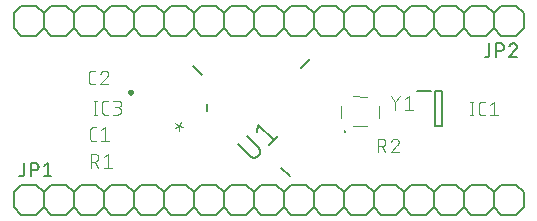
<source format=gbr>
G04 EAGLE Gerber RS-274X export*
G75*
%MOMM*%
%FSLAX34Y34*%
%LPD*%
%INSilkscreen Top*%
%IPPOS*%
%AMOC8*
5,1,8,0,0,1.08239X$1,22.5*%
G01*
%ADD10C,0.101600*%
%ADD11C,0.200000*%
%ADD12C,0.250000*%
%ADD13C,0.152400*%
%ADD14C,0.127000*%
%ADD15C,0.076200*%
%ADD16C,0.203200*%
%ADD17C,0.100000*%
%ADD18C,0.100000*%


D10*
X80601Y72108D02*
X78004Y72108D01*
X77905Y72110D01*
X77805Y72116D01*
X77706Y72125D01*
X77608Y72138D01*
X77510Y72155D01*
X77412Y72176D01*
X77316Y72201D01*
X77221Y72229D01*
X77127Y72261D01*
X77034Y72296D01*
X76942Y72335D01*
X76852Y72378D01*
X76764Y72423D01*
X76677Y72473D01*
X76593Y72525D01*
X76510Y72581D01*
X76430Y72639D01*
X76352Y72701D01*
X76277Y72766D01*
X76204Y72834D01*
X76134Y72904D01*
X76066Y72977D01*
X76001Y73052D01*
X75939Y73130D01*
X75881Y73210D01*
X75825Y73293D01*
X75773Y73377D01*
X75723Y73464D01*
X75678Y73552D01*
X75635Y73642D01*
X75596Y73734D01*
X75561Y73827D01*
X75529Y73921D01*
X75501Y74016D01*
X75476Y74112D01*
X75455Y74210D01*
X75438Y74308D01*
X75425Y74406D01*
X75416Y74505D01*
X75410Y74605D01*
X75408Y74704D01*
X75408Y81196D01*
X75410Y81295D01*
X75416Y81395D01*
X75425Y81494D01*
X75438Y81592D01*
X75455Y81690D01*
X75476Y81788D01*
X75501Y81884D01*
X75529Y81979D01*
X75561Y82073D01*
X75596Y82166D01*
X75635Y82258D01*
X75678Y82348D01*
X75723Y82436D01*
X75773Y82523D01*
X75825Y82607D01*
X75881Y82690D01*
X75939Y82770D01*
X76001Y82848D01*
X76066Y82923D01*
X76134Y82996D01*
X76204Y83066D01*
X76277Y83134D01*
X76352Y83199D01*
X76430Y83261D01*
X76510Y83319D01*
X76593Y83375D01*
X76677Y83427D01*
X76764Y83477D01*
X76852Y83522D01*
X76942Y83565D01*
X77034Y83604D01*
X77126Y83639D01*
X77221Y83671D01*
X77316Y83699D01*
X77412Y83724D01*
X77510Y83745D01*
X77608Y83762D01*
X77706Y83775D01*
X77805Y83784D01*
X77905Y83790D01*
X78004Y83792D01*
X80601Y83792D01*
X84966Y81196D02*
X88212Y83792D01*
X88212Y72108D01*
X91457Y72108D02*
X84966Y72108D01*
X79801Y120108D02*
X77204Y120108D01*
X77105Y120110D01*
X77005Y120116D01*
X76906Y120125D01*
X76808Y120138D01*
X76710Y120155D01*
X76612Y120176D01*
X76516Y120201D01*
X76421Y120229D01*
X76327Y120261D01*
X76234Y120296D01*
X76142Y120335D01*
X76052Y120378D01*
X75964Y120423D01*
X75877Y120473D01*
X75793Y120525D01*
X75710Y120581D01*
X75630Y120639D01*
X75552Y120701D01*
X75477Y120766D01*
X75404Y120834D01*
X75334Y120904D01*
X75266Y120977D01*
X75201Y121052D01*
X75139Y121130D01*
X75081Y121210D01*
X75025Y121293D01*
X74973Y121377D01*
X74923Y121464D01*
X74878Y121552D01*
X74835Y121642D01*
X74796Y121734D01*
X74761Y121827D01*
X74729Y121921D01*
X74701Y122016D01*
X74676Y122112D01*
X74655Y122210D01*
X74638Y122308D01*
X74625Y122406D01*
X74616Y122505D01*
X74610Y122605D01*
X74608Y122704D01*
X74608Y129196D01*
X74610Y129295D01*
X74616Y129395D01*
X74625Y129494D01*
X74638Y129592D01*
X74655Y129690D01*
X74676Y129788D01*
X74701Y129884D01*
X74729Y129979D01*
X74761Y130073D01*
X74796Y130166D01*
X74835Y130258D01*
X74878Y130348D01*
X74923Y130436D01*
X74973Y130523D01*
X75025Y130607D01*
X75081Y130690D01*
X75139Y130770D01*
X75201Y130848D01*
X75266Y130923D01*
X75334Y130996D01*
X75404Y131066D01*
X75477Y131134D01*
X75552Y131199D01*
X75630Y131261D01*
X75710Y131319D01*
X75793Y131375D01*
X75877Y131427D01*
X75964Y131477D01*
X76052Y131522D01*
X76142Y131565D01*
X76234Y131604D01*
X76326Y131639D01*
X76421Y131671D01*
X76516Y131699D01*
X76612Y131724D01*
X76710Y131745D01*
X76808Y131762D01*
X76906Y131775D01*
X77005Y131784D01*
X77105Y131790D01*
X77204Y131792D01*
X79801Y131792D01*
X87736Y131792D02*
X87843Y131790D01*
X87949Y131784D01*
X88055Y131774D01*
X88161Y131761D01*
X88267Y131743D01*
X88371Y131722D01*
X88475Y131697D01*
X88578Y131668D01*
X88679Y131636D01*
X88779Y131599D01*
X88878Y131559D01*
X88976Y131516D01*
X89072Y131469D01*
X89166Y131418D01*
X89258Y131364D01*
X89348Y131307D01*
X89436Y131247D01*
X89521Y131183D01*
X89604Y131116D01*
X89685Y131046D01*
X89763Y130974D01*
X89839Y130898D01*
X89911Y130820D01*
X89981Y130739D01*
X90048Y130656D01*
X90112Y130571D01*
X90172Y130483D01*
X90229Y130393D01*
X90283Y130301D01*
X90334Y130207D01*
X90381Y130111D01*
X90424Y130013D01*
X90464Y129914D01*
X90501Y129814D01*
X90533Y129713D01*
X90562Y129610D01*
X90587Y129506D01*
X90608Y129402D01*
X90626Y129296D01*
X90639Y129190D01*
X90649Y129084D01*
X90655Y128978D01*
X90657Y128871D01*
X87736Y131792D02*
X87615Y131790D01*
X87494Y131784D01*
X87374Y131774D01*
X87253Y131761D01*
X87134Y131743D01*
X87014Y131722D01*
X86896Y131697D01*
X86779Y131668D01*
X86662Y131635D01*
X86547Y131599D01*
X86433Y131558D01*
X86320Y131515D01*
X86208Y131467D01*
X86099Y131416D01*
X85991Y131361D01*
X85884Y131303D01*
X85780Y131242D01*
X85678Y131177D01*
X85578Y131109D01*
X85480Y131038D01*
X85384Y130964D01*
X85291Y130887D01*
X85201Y130806D01*
X85113Y130723D01*
X85028Y130637D01*
X84945Y130548D01*
X84866Y130457D01*
X84789Y130363D01*
X84716Y130267D01*
X84646Y130169D01*
X84579Y130068D01*
X84515Y129965D01*
X84455Y129860D01*
X84398Y129753D01*
X84344Y129645D01*
X84294Y129535D01*
X84248Y129423D01*
X84205Y129310D01*
X84166Y129195D01*
X89684Y126599D02*
X89763Y126676D01*
X89839Y126757D01*
X89912Y126840D01*
X89982Y126925D01*
X90049Y127013D01*
X90113Y127103D01*
X90173Y127195D01*
X90230Y127290D01*
X90284Y127386D01*
X90335Y127484D01*
X90382Y127584D01*
X90426Y127686D01*
X90466Y127789D01*
X90502Y127893D01*
X90534Y127999D01*
X90563Y128105D01*
X90588Y128213D01*
X90610Y128321D01*
X90627Y128431D01*
X90641Y128540D01*
X90650Y128650D01*
X90656Y128761D01*
X90658Y128871D01*
X89684Y126599D02*
X84166Y120108D01*
X90657Y120108D01*
D11*
X367700Y114200D02*
X373700Y114200D01*
X373700Y85200D01*
X367700Y85200D01*
X367700Y114200D01*
X364200Y114700D02*
X352200Y114700D01*
D10*
X398492Y105542D02*
X398492Y93858D01*
X397194Y93858D02*
X399790Y93858D01*
X399790Y105542D02*
X397194Y105542D01*
X406954Y93858D02*
X409550Y93858D01*
X406954Y93858D02*
X406855Y93860D01*
X406755Y93866D01*
X406656Y93875D01*
X406558Y93888D01*
X406460Y93905D01*
X406362Y93926D01*
X406266Y93951D01*
X406171Y93979D01*
X406077Y94011D01*
X405984Y94046D01*
X405892Y94085D01*
X405802Y94128D01*
X405714Y94173D01*
X405627Y94223D01*
X405543Y94275D01*
X405460Y94331D01*
X405380Y94389D01*
X405302Y94451D01*
X405227Y94516D01*
X405154Y94584D01*
X405084Y94654D01*
X405016Y94727D01*
X404951Y94802D01*
X404889Y94880D01*
X404831Y94960D01*
X404775Y95043D01*
X404723Y95127D01*
X404673Y95214D01*
X404628Y95302D01*
X404585Y95392D01*
X404546Y95484D01*
X404511Y95577D01*
X404479Y95671D01*
X404451Y95766D01*
X404426Y95862D01*
X404405Y95960D01*
X404388Y96058D01*
X404375Y96156D01*
X404366Y96255D01*
X404360Y96355D01*
X404358Y96454D01*
X404357Y96454D02*
X404357Y102946D01*
X404358Y102946D02*
X404360Y103045D01*
X404366Y103145D01*
X404375Y103244D01*
X404388Y103342D01*
X404405Y103440D01*
X404426Y103538D01*
X404451Y103634D01*
X404479Y103729D01*
X404511Y103823D01*
X404546Y103916D01*
X404585Y104008D01*
X404628Y104098D01*
X404673Y104186D01*
X404723Y104273D01*
X404775Y104357D01*
X404831Y104440D01*
X404889Y104520D01*
X404951Y104598D01*
X405016Y104673D01*
X405084Y104746D01*
X405154Y104816D01*
X405227Y104884D01*
X405302Y104949D01*
X405380Y105011D01*
X405460Y105069D01*
X405543Y105125D01*
X405627Y105177D01*
X405714Y105227D01*
X405802Y105272D01*
X405892Y105315D01*
X405984Y105354D01*
X406076Y105389D01*
X406171Y105421D01*
X406266Y105449D01*
X406362Y105474D01*
X406460Y105495D01*
X406558Y105512D01*
X406656Y105525D01*
X406755Y105534D01*
X406855Y105540D01*
X406954Y105542D01*
X409550Y105542D01*
X413915Y102946D02*
X417161Y105542D01*
X417161Y93858D01*
X420406Y93858D02*
X413915Y93858D01*
D12*
X108150Y113650D02*
X108152Y113720D01*
X108158Y113790D01*
X108168Y113859D01*
X108181Y113928D01*
X108199Y113996D01*
X108220Y114063D01*
X108245Y114128D01*
X108274Y114192D01*
X108306Y114255D01*
X108342Y114315D01*
X108381Y114373D01*
X108423Y114429D01*
X108468Y114483D01*
X108516Y114534D01*
X108567Y114582D01*
X108621Y114627D01*
X108677Y114669D01*
X108735Y114708D01*
X108795Y114744D01*
X108858Y114776D01*
X108922Y114805D01*
X108987Y114830D01*
X109054Y114851D01*
X109122Y114869D01*
X109191Y114882D01*
X109260Y114892D01*
X109330Y114898D01*
X109400Y114900D01*
X109470Y114898D01*
X109540Y114892D01*
X109609Y114882D01*
X109678Y114869D01*
X109746Y114851D01*
X109813Y114830D01*
X109878Y114805D01*
X109942Y114776D01*
X110005Y114744D01*
X110065Y114708D01*
X110123Y114669D01*
X110179Y114627D01*
X110233Y114582D01*
X110284Y114534D01*
X110332Y114483D01*
X110377Y114429D01*
X110419Y114373D01*
X110458Y114315D01*
X110494Y114255D01*
X110526Y114192D01*
X110555Y114128D01*
X110580Y114063D01*
X110601Y113996D01*
X110619Y113928D01*
X110632Y113859D01*
X110642Y113790D01*
X110648Y113720D01*
X110650Y113650D01*
X110648Y113580D01*
X110642Y113510D01*
X110632Y113441D01*
X110619Y113372D01*
X110601Y113304D01*
X110580Y113237D01*
X110555Y113172D01*
X110526Y113108D01*
X110494Y113045D01*
X110458Y112985D01*
X110419Y112927D01*
X110377Y112871D01*
X110332Y112817D01*
X110284Y112766D01*
X110233Y112718D01*
X110179Y112673D01*
X110123Y112631D01*
X110065Y112592D01*
X110005Y112556D01*
X109942Y112524D01*
X109878Y112495D01*
X109813Y112470D01*
X109746Y112449D01*
X109678Y112431D01*
X109609Y112418D01*
X109540Y112408D01*
X109470Y112402D01*
X109400Y112400D01*
X109330Y112402D01*
X109260Y112408D01*
X109191Y112418D01*
X109122Y112431D01*
X109054Y112449D01*
X108987Y112470D01*
X108922Y112495D01*
X108858Y112524D01*
X108795Y112556D01*
X108735Y112592D01*
X108677Y112631D01*
X108621Y112673D01*
X108567Y112718D01*
X108516Y112766D01*
X108468Y112817D01*
X108423Y112871D01*
X108381Y112927D01*
X108342Y112985D01*
X108306Y113045D01*
X108274Y113108D01*
X108245Y113172D01*
X108220Y113237D01*
X108199Y113304D01*
X108181Y113372D01*
X108168Y113441D01*
X108158Y113510D01*
X108152Y113580D01*
X108150Y113650D01*
D10*
X79692Y106242D02*
X79692Y94558D01*
X78394Y94558D02*
X80990Y94558D01*
X80990Y106242D02*
X78394Y106242D01*
X88154Y94558D02*
X90750Y94558D01*
X88154Y94558D02*
X88055Y94560D01*
X87955Y94566D01*
X87856Y94575D01*
X87758Y94588D01*
X87660Y94605D01*
X87562Y94626D01*
X87466Y94651D01*
X87371Y94679D01*
X87277Y94711D01*
X87184Y94746D01*
X87092Y94785D01*
X87002Y94828D01*
X86914Y94873D01*
X86827Y94923D01*
X86743Y94975D01*
X86660Y95031D01*
X86580Y95089D01*
X86502Y95151D01*
X86427Y95216D01*
X86354Y95284D01*
X86284Y95354D01*
X86216Y95427D01*
X86151Y95502D01*
X86089Y95580D01*
X86031Y95660D01*
X85975Y95743D01*
X85923Y95827D01*
X85873Y95914D01*
X85828Y96002D01*
X85785Y96092D01*
X85746Y96184D01*
X85711Y96277D01*
X85679Y96371D01*
X85651Y96466D01*
X85626Y96562D01*
X85605Y96660D01*
X85588Y96758D01*
X85575Y96856D01*
X85566Y96955D01*
X85560Y97055D01*
X85558Y97154D01*
X85557Y97154D02*
X85557Y103646D01*
X85558Y103646D02*
X85560Y103745D01*
X85566Y103845D01*
X85575Y103944D01*
X85588Y104042D01*
X85605Y104140D01*
X85626Y104238D01*
X85651Y104334D01*
X85679Y104429D01*
X85711Y104523D01*
X85746Y104616D01*
X85785Y104708D01*
X85828Y104798D01*
X85873Y104886D01*
X85923Y104973D01*
X85975Y105057D01*
X86031Y105140D01*
X86089Y105220D01*
X86151Y105298D01*
X86216Y105373D01*
X86284Y105446D01*
X86354Y105516D01*
X86427Y105584D01*
X86502Y105649D01*
X86580Y105711D01*
X86660Y105769D01*
X86743Y105825D01*
X86827Y105877D01*
X86914Y105927D01*
X87002Y105972D01*
X87092Y106015D01*
X87184Y106054D01*
X87276Y106089D01*
X87371Y106121D01*
X87466Y106149D01*
X87562Y106174D01*
X87660Y106195D01*
X87758Y106212D01*
X87856Y106225D01*
X87955Y106234D01*
X88055Y106240D01*
X88154Y106242D01*
X90750Y106242D01*
X95115Y94558D02*
X98361Y94558D01*
X98474Y94560D01*
X98587Y94566D01*
X98700Y94576D01*
X98813Y94590D01*
X98925Y94607D01*
X99036Y94629D01*
X99146Y94654D01*
X99256Y94684D01*
X99364Y94717D01*
X99471Y94754D01*
X99577Y94794D01*
X99681Y94839D01*
X99784Y94887D01*
X99885Y94938D01*
X99984Y94993D01*
X100081Y95051D01*
X100176Y95113D01*
X100269Y95178D01*
X100359Y95246D01*
X100447Y95317D01*
X100533Y95392D01*
X100616Y95469D01*
X100696Y95549D01*
X100773Y95632D01*
X100848Y95718D01*
X100919Y95806D01*
X100987Y95896D01*
X101052Y95989D01*
X101114Y96084D01*
X101172Y96181D01*
X101227Y96280D01*
X101278Y96381D01*
X101326Y96484D01*
X101371Y96588D01*
X101411Y96694D01*
X101448Y96801D01*
X101481Y96909D01*
X101511Y97019D01*
X101536Y97129D01*
X101558Y97240D01*
X101575Y97352D01*
X101589Y97465D01*
X101599Y97578D01*
X101605Y97691D01*
X101607Y97804D01*
X101605Y97917D01*
X101599Y98030D01*
X101589Y98143D01*
X101575Y98256D01*
X101558Y98368D01*
X101536Y98479D01*
X101511Y98589D01*
X101481Y98699D01*
X101448Y98807D01*
X101411Y98914D01*
X101371Y99020D01*
X101326Y99124D01*
X101278Y99227D01*
X101227Y99328D01*
X101172Y99427D01*
X101114Y99524D01*
X101052Y99619D01*
X100987Y99712D01*
X100919Y99802D01*
X100848Y99890D01*
X100773Y99976D01*
X100696Y100059D01*
X100616Y100139D01*
X100533Y100216D01*
X100447Y100291D01*
X100359Y100362D01*
X100269Y100430D01*
X100176Y100495D01*
X100081Y100557D01*
X99984Y100615D01*
X99885Y100670D01*
X99784Y100721D01*
X99681Y100769D01*
X99577Y100814D01*
X99471Y100854D01*
X99364Y100891D01*
X99256Y100924D01*
X99146Y100954D01*
X99036Y100979D01*
X98925Y101001D01*
X98813Y101018D01*
X98700Y101032D01*
X98587Y101042D01*
X98474Y101048D01*
X98361Y101050D01*
X99010Y106242D02*
X95115Y106242D01*
X99010Y106242D02*
X99111Y106240D01*
X99211Y106234D01*
X99311Y106224D01*
X99411Y106211D01*
X99510Y106193D01*
X99609Y106172D01*
X99706Y106147D01*
X99803Y106118D01*
X99898Y106085D01*
X99992Y106049D01*
X100084Y106009D01*
X100175Y105966D01*
X100264Y105919D01*
X100351Y105869D01*
X100437Y105815D01*
X100520Y105758D01*
X100600Y105698D01*
X100679Y105635D01*
X100755Y105568D01*
X100828Y105499D01*
X100898Y105427D01*
X100966Y105353D01*
X101031Y105276D01*
X101092Y105196D01*
X101151Y105114D01*
X101206Y105030D01*
X101258Y104944D01*
X101307Y104856D01*
X101352Y104766D01*
X101394Y104674D01*
X101432Y104581D01*
X101466Y104486D01*
X101497Y104391D01*
X101524Y104294D01*
X101547Y104196D01*
X101567Y104097D01*
X101582Y103997D01*
X101594Y103897D01*
X101602Y103797D01*
X101606Y103696D01*
X101606Y103596D01*
X101602Y103495D01*
X101594Y103395D01*
X101582Y103295D01*
X101567Y103195D01*
X101547Y103096D01*
X101524Y102998D01*
X101497Y102901D01*
X101466Y102806D01*
X101432Y102711D01*
X101394Y102618D01*
X101352Y102526D01*
X101307Y102436D01*
X101258Y102348D01*
X101206Y102262D01*
X101151Y102178D01*
X101092Y102096D01*
X101031Y102016D01*
X100966Y101939D01*
X100898Y101865D01*
X100828Y101793D01*
X100755Y101724D01*
X100679Y101657D01*
X100600Y101594D01*
X100520Y101534D01*
X100437Y101477D01*
X100351Y101423D01*
X100264Y101373D01*
X100175Y101326D01*
X100084Y101283D01*
X99992Y101243D01*
X99898Y101207D01*
X99803Y101174D01*
X99706Y101145D01*
X99609Y101120D01*
X99510Y101099D01*
X99411Y101081D01*
X99311Y101068D01*
X99211Y101058D01*
X99111Y101052D01*
X99010Y101050D01*
X99010Y101049D02*
X96414Y101049D01*
D13*
X398050Y35100D02*
X410750Y35100D01*
X417100Y28750D01*
X417100Y16050D01*
X410750Y9700D01*
X372650Y35100D02*
X366300Y28750D01*
X372650Y35100D02*
X385350Y35100D01*
X391700Y28750D01*
X391700Y16050D01*
X385350Y9700D01*
X372650Y9700D01*
X366300Y16050D01*
X391700Y28750D02*
X398050Y35100D01*
X391700Y16050D02*
X398050Y9700D01*
X410750Y9700D01*
X334550Y35100D02*
X321850Y35100D01*
X334550Y35100D02*
X340900Y28750D01*
X340900Y16050D01*
X334550Y9700D01*
X340900Y28750D02*
X347250Y35100D01*
X359950Y35100D01*
X366300Y28750D01*
X366300Y16050D01*
X359950Y9700D01*
X347250Y9700D01*
X340900Y16050D01*
X296450Y35100D02*
X290100Y28750D01*
X296450Y35100D02*
X309150Y35100D01*
X315500Y28750D01*
X315500Y16050D01*
X309150Y9700D01*
X296450Y9700D01*
X290100Y16050D01*
X315500Y28750D02*
X321850Y35100D01*
X315500Y16050D02*
X321850Y9700D01*
X334550Y9700D01*
X258350Y35100D02*
X245650Y35100D01*
X258350Y35100D02*
X264700Y28750D01*
X264700Y16050D01*
X258350Y9700D01*
X264700Y28750D02*
X271050Y35100D01*
X283750Y35100D01*
X290100Y28750D01*
X290100Y16050D01*
X283750Y9700D01*
X271050Y9700D01*
X264700Y16050D01*
X220250Y35100D02*
X213900Y28750D01*
X220250Y35100D02*
X232950Y35100D01*
X239300Y28750D01*
X239300Y16050D01*
X232950Y9700D01*
X220250Y9700D01*
X213900Y16050D01*
X239300Y28750D02*
X245650Y35100D01*
X239300Y16050D02*
X245650Y9700D01*
X258350Y9700D01*
X182150Y35100D02*
X169450Y35100D01*
X182150Y35100D02*
X188500Y28750D01*
X188500Y16050D01*
X182150Y9700D01*
X188500Y28750D02*
X194850Y35100D01*
X207550Y35100D01*
X213900Y28750D01*
X213900Y16050D01*
X207550Y9700D01*
X194850Y9700D01*
X188500Y16050D01*
X144050Y35100D02*
X137700Y28750D01*
X144050Y35100D02*
X156750Y35100D01*
X163100Y28750D01*
X163100Y16050D01*
X156750Y9700D01*
X144050Y9700D01*
X137700Y16050D01*
X163100Y28750D02*
X169450Y35100D01*
X163100Y16050D02*
X169450Y9700D01*
X182150Y9700D01*
X105950Y35100D02*
X93250Y35100D01*
X105950Y35100D02*
X112300Y28750D01*
X112300Y16050D01*
X105950Y9700D01*
X112300Y28750D02*
X118650Y35100D01*
X131350Y35100D01*
X137700Y28750D01*
X137700Y16050D01*
X131350Y9700D01*
X118650Y9700D01*
X112300Y16050D01*
X67850Y35100D02*
X61500Y28750D01*
X67850Y35100D02*
X80550Y35100D01*
X86900Y28750D01*
X86900Y16050D01*
X80550Y9700D01*
X67850Y9700D01*
X61500Y16050D01*
X86900Y28750D02*
X93250Y35100D01*
X86900Y16050D02*
X93250Y9700D01*
X105950Y9700D01*
X29750Y35100D02*
X17050Y35100D01*
X29750Y35100D02*
X36100Y28750D01*
X36100Y16050D01*
X29750Y9700D01*
X36100Y28750D02*
X42450Y35100D01*
X55150Y35100D01*
X61500Y28750D01*
X61500Y16050D01*
X55150Y9700D01*
X42450Y9700D01*
X36100Y16050D01*
X10700Y16050D02*
X10700Y28750D01*
X17050Y35100D01*
X10700Y16050D02*
X17050Y9700D01*
X29750Y9700D01*
X417100Y28750D02*
X423450Y35100D01*
X436150Y35100D01*
X442500Y28750D01*
X442500Y16050D01*
X436150Y9700D01*
X423450Y9700D01*
X417100Y16050D01*
D14*
X19383Y44863D02*
X19383Y53753D01*
X19383Y44863D02*
X19381Y44763D01*
X19375Y44664D01*
X19365Y44564D01*
X19352Y44466D01*
X19334Y44367D01*
X19313Y44270D01*
X19288Y44174D01*
X19259Y44078D01*
X19226Y43984D01*
X19190Y43891D01*
X19150Y43800D01*
X19106Y43710D01*
X19059Y43622D01*
X19009Y43536D01*
X18955Y43452D01*
X18898Y43370D01*
X18838Y43291D01*
X18774Y43213D01*
X18708Y43139D01*
X18639Y43067D01*
X18567Y42998D01*
X18493Y42932D01*
X18415Y42868D01*
X18336Y42808D01*
X18254Y42751D01*
X18170Y42697D01*
X18084Y42647D01*
X17996Y42600D01*
X17906Y42556D01*
X17815Y42516D01*
X17722Y42480D01*
X17628Y42447D01*
X17532Y42418D01*
X17436Y42393D01*
X17339Y42372D01*
X17240Y42354D01*
X17142Y42341D01*
X17042Y42331D01*
X16943Y42325D01*
X16843Y42323D01*
X15573Y42323D01*
X25363Y42323D02*
X25363Y53753D01*
X28538Y53753D01*
X28649Y53751D01*
X28759Y53745D01*
X28870Y53736D01*
X28980Y53722D01*
X29089Y53705D01*
X29198Y53684D01*
X29306Y53659D01*
X29413Y53630D01*
X29519Y53598D01*
X29624Y53562D01*
X29727Y53522D01*
X29829Y53479D01*
X29930Y53432D01*
X30029Y53381D01*
X30126Y53328D01*
X30220Y53271D01*
X30313Y53210D01*
X30404Y53147D01*
X30493Y53080D01*
X30579Y53010D01*
X30662Y52937D01*
X30744Y52862D01*
X30822Y52784D01*
X30897Y52702D01*
X30970Y52619D01*
X31040Y52533D01*
X31107Y52444D01*
X31170Y52353D01*
X31231Y52260D01*
X31288Y52165D01*
X31341Y52069D01*
X31392Y51970D01*
X31439Y51869D01*
X31482Y51767D01*
X31522Y51664D01*
X31558Y51559D01*
X31590Y51453D01*
X31619Y51346D01*
X31644Y51238D01*
X31665Y51129D01*
X31682Y51020D01*
X31696Y50910D01*
X31705Y50799D01*
X31711Y50689D01*
X31713Y50578D01*
X31711Y50467D01*
X31705Y50357D01*
X31696Y50246D01*
X31682Y50136D01*
X31665Y50027D01*
X31644Y49918D01*
X31619Y49810D01*
X31590Y49703D01*
X31558Y49597D01*
X31522Y49492D01*
X31482Y49389D01*
X31439Y49287D01*
X31392Y49186D01*
X31341Y49087D01*
X31288Y48990D01*
X31231Y48896D01*
X31170Y48803D01*
X31107Y48712D01*
X31040Y48623D01*
X30970Y48537D01*
X30897Y48454D01*
X30822Y48372D01*
X30744Y48294D01*
X30662Y48219D01*
X30579Y48146D01*
X30493Y48076D01*
X30404Y48009D01*
X30313Y47946D01*
X30220Y47885D01*
X30125Y47828D01*
X30029Y47775D01*
X29930Y47724D01*
X29829Y47677D01*
X29727Y47634D01*
X29624Y47594D01*
X29519Y47558D01*
X29413Y47526D01*
X29306Y47497D01*
X29198Y47472D01*
X29089Y47451D01*
X28980Y47434D01*
X28870Y47420D01*
X28759Y47411D01*
X28649Y47405D01*
X28538Y47403D01*
X25363Y47403D01*
X36222Y51213D02*
X39397Y53753D01*
X39397Y42323D01*
X36222Y42323D02*
X42572Y42323D01*
D13*
X42450Y161200D02*
X55150Y161200D01*
X42450Y161200D02*
X36100Y167550D01*
X36100Y180250D01*
X42450Y186600D01*
X80550Y161200D02*
X86900Y167550D01*
X80550Y161200D02*
X67850Y161200D01*
X61500Y167550D01*
X61500Y180250D01*
X67850Y186600D01*
X80550Y186600D01*
X86900Y180250D01*
X61500Y167550D02*
X55150Y161200D01*
X61500Y180250D02*
X55150Y186600D01*
X42450Y186600D01*
X118650Y161200D02*
X131350Y161200D01*
X118650Y161200D02*
X112300Y167550D01*
X112300Y180250D01*
X118650Y186600D01*
X112300Y167550D02*
X105950Y161200D01*
X93250Y161200D01*
X86900Y167550D01*
X86900Y180250D01*
X93250Y186600D01*
X105950Y186600D01*
X112300Y180250D01*
X156750Y161200D02*
X163100Y167550D01*
X156750Y161200D02*
X144050Y161200D01*
X137700Y167550D01*
X137700Y180250D01*
X144050Y186600D01*
X156750Y186600D01*
X163100Y180250D01*
X137700Y167550D02*
X131350Y161200D01*
X137700Y180250D02*
X131350Y186600D01*
X118650Y186600D01*
X194850Y161200D02*
X207550Y161200D01*
X194850Y161200D02*
X188500Y167550D01*
X188500Y180250D01*
X194850Y186600D01*
X188500Y167550D02*
X182150Y161200D01*
X169450Y161200D01*
X163100Y167550D01*
X163100Y180250D01*
X169450Y186600D01*
X182150Y186600D01*
X188500Y180250D01*
X232950Y161200D02*
X239300Y167550D01*
X232950Y161200D02*
X220250Y161200D01*
X213900Y167550D01*
X213900Y180250D01*
X220250Y186600D01*
X232950Y186600D01*
X239300Y180250D01*
X213900Y167550D02*
X207550Y161200D01*
X213900Y180250D02*
X207550Y186600D01*
X194850Y186600D01*
X271050Y161200D02*
X283750Y161200D01*
X271050Y161200D02*
X264700Y167550D01*
X264700Y180250D01*
X271050Y186600D01*
X264700Y167550D02*
X258350Y161200D01*
X245650Y161200D01*
X239300Y167550D01*
X239300Y180250D01*
X245650Y186600D01*
X258350Y186600D01*
X264700Y180250D01*
X309150Y161200D02*
X315500Y167550D01*
X309150Y161200D02*
X296450Y161200D01*
X290100Y167550D01*
X290100Y180250D01*
X296450Y186600D01*
X309150Y186600D01*
X315500Y180250D01*
X290100Y167550D02*
X283750Y161200D01*
X290100Y180250D02*
X283750Y186600D01*
X271050Y186600D01*
X347250Y161200D02*
X359950Y161200D01*
X347250Y161200D02*
X340900Y167550D01*
X340900Y180250D01*
X347250Y186600D01*
X340900Y167550D02*
X334550Y161200D01*
X321850Y161200D01*
X315500Y167550D01*
X315500Y180250D01*
X321850Y186600D01*
X334550Y186600D01*
X340900Y180250D01*
X385350Y161200D02*
X391700Y167550D01*
X385350Y161200D02*
X372650Y161200D01*
X366300Y167550D01*
X366300Y180250D01*
X372650Y186600D01*
X385350Y186600D01*
X391700Y180250D01*
X366300Y167550D02*
X359950Y161200D01*
X366300Y180250D02*
X359950Y186600D01*
X347250Y186600D01*
X423450Y161200D02*
X436150Y161200D01*
X423450Y161200D02*
X417100Y167550D01*
X417100Y180250D01*
X423450Y186600D01*
X417100Y167550D02*
X410750Y161200D01*
X398050Y161200D01*
X391700Y167550D01*
X391700Y180250D01*
X398050Y186600D01*
X410750Y186600D01*
X417100Y180250D01*
X442500Y180250D02*
X442500Y167550D01*
X436150Y161200D01*
X442500Y180250D02*
X436150Y186600D01*
X423450Y186600D01*
X36100Y167550D02*
X29750Y161200D01*
X17050Y161200D01*
X10700Y167550D01*
X10700Y180250D01*
X17050Y186600D01*
X29750Y186600D01*
X36100Y180250D01*
D14*
X413438Y154977D02*
X413438Y146087D01*
X413436Y145987D01*
X413430Y145888D01*
X413420Y145788D01*
X413407Y145690D01*
X413389Y145591D01*
X413368Y145494D01*
X413343Y145398D01*
X413314Y145302D01*
X413281Y145208D01*
X413245Y145115D01*
X413205Y145024D01*
X413161Y144934D01*
X413114Y144846D01*
X413064Y144760D01*
X413010Y144676D01*
X412953Y144594D01*
X412893Y144515D01*
X412829Y144437D01*
X412763Y144363D01*
X412694Y144291D01*
X412622Y144222D01*
X412548Y144156D01*
X412470Y144092D01*
X412391Y144032D01*
X412309Y143975D01*
X412225Y143921D01*
X412139Y143871D01*
X412051Y143824D01*
X411961Y143780D01*
X411870Y143740D01*
X411777Y143704D01*
X411683Y143671D01*
X411587Y143642D01*
X411491Y143617D01*
X411394Y143596D01*
X411295Y143578D01*
X411197Y143565D01*
X411097Y143555D01*
X410998Y143549D01*
X410898Y143547D01*
X409628Y143547D01*
X419419Y143547D02*
X419419Y154977D01*
X422594Y154977D01*
X422705Y154975D01*
X422815Y154969D01*
X422926Y154960D01*
X423036Y154946D01*
X423145Y154929D01*
X423254Y154908D01*
X423362Y154883D01*
X423469Y154854D01*
X423575Y154822D01*
X423680Y154786D01*
X423783Y154746D01*
X423885Y154703D01*
X423986Y154656D01*
X424085Y154605D01*
X424182Y154552D01*
X424276Y154495D01*
X424369Y154434D01*
X424460Y154371D01*
X424549Y154304D01*
X424635Y154234D01*
X424718Y154161D01*
X424800Y154086D01*
X424878Y154008D01*
X424953Y153926D01*
X425026Y153843D01*
X425096Y153757D01*
X425163Y153668D01*
X425226Y153577D01*
X425287Y153484D01*
X425344Y153389D01*
X425397Y153293D01*
X425448Y153194D01*
X425495Y153093D01*
X425538Y152991D01*
X425578Y152888D01*
X425614Y152783D01*
X425646Y152677D01*
X425675Y152570D01*
X425700Y152462D01*
X425721Y152353D01*
X425738Y152244D01*
X425752Y152134D01*
X425761Y152023D01*
X425767Y151913D01*
X425769Y151802D01*
X425767Y151691D01*
X425761Y151581D01*
X425752Y151470D01*
X425738Y151360D01*
X425721Y151251D01*
X425700Y151142D01*
X425675Y151034D01*
X425646Y150927D01*
X425614Y150821D01*
X425578Y150716D01*
X425538Y150613D01*
X425495Y150511D01*
X425448Y150410D01*
X425397Y150311D01*
X425344Y150214D01*
X425287Y150120D01*
X425226Y150027D01*
X425163Y149936D01*
X425096Y149847D01*
X425026Y149761D01*
X424953Y149678D01*
X424878Y149596D01*
X424800Y149518D01*
X424718Y149443D01*
X424635Y149370D01*
X424549Y149300D01*
X424460Y149233D01*
X424369Y149170D01*
X424276Y149109D01*
X424182Y149052D01*
X424085Y148999D01*
X423986Y148948D01*
X423885Y148901D01*
X423783Y148858D01*
X423680Y148818D01*
X423575Y148782D01*
X423469Y148750D01*
X423362Y148721D01*
X423254Y148696D01*
X423145Y148675D01*
X423036Y148658D01*
X422926Y148644D01*
X422815Y148635D01*
X422705Y148629D01*
X422594Y148627D01*
X419419Y148627D01*
X433770Y154978D02*
X433874Y154976D01*
X433979Y154970D01*
X434083Y154961D01*
X434186Y154948D01*
X434289Y154930D01*
X434391Y154910D01*
X434493Y154885D01*
X434593Y154857D01*
X434693Y154825D01*
X434791Y154789D01*
X434888Y154750D01*
X434983Y154708D01*
X435077Y154662D01*
X435169Y154612D01*
X435259Y154560D01*
X435347Y154504D01*
X435433Y154444D01*
X435517Y154382D01*
X435598Y154317D01*
X435677Y154249D01*
X435754Y154177D01*
X435827Y154104D01*
X435899Y154027D01*
X435967Y153948D01*
X436032Y153867D01*
X436094Y153783D01*
X436154Y153697D01*
X436210Y153609D01*
X436262Y153519D01*
X436312Y153427D01*
X436358Y153333D01*
X436400Y153238D01*
X436439Y153141D01*
X436475Y153043D01*
X436507Y152943D01*
X436535Y152843D01*
X436560Y152741D01*
X436580Y152639D01*
X436598Y152536D01*
X436611Y152433D01*
X436620Y152329D01*
X436626Y152224D01*
X436628Y152120D01*
X433770Y154977D02*
X433652Y154975D01*
X433533Y154969D01*
X433415Y154960D01*
X433298Y154947D01*
X433181Y154929D01*
X433064Y154909D01*
X432948Y154884D01*
X432833Y154856D01*
X432720Y154823D01*
X432607Y154788D01*
X432495Y154748D01*
X432385Y154706D01*
X432276Y154659D01*
X432168Y154609D01*
X432063Y154556D01*
X431959Y154499D01*
X431857Y154439D01*
X431757Y154376D01*
X431659Y154309D01*
X431563Y154240D01*
X431470Y154167D01*
X431379Y154091D01*
X431290Y154013D01*
X431204Y153931D01*
X431121Y153847D01*
X431040Y153761D01*
X430963Y153671D01*
X430888Y153580D01*
X430816Y153486D01*
X430747Y153389D01*
X430682Y153291D01*
X430619Y153190D01*
X430560Y153087D01*
X430504Y152983D01*
X430452Y152877D01*
X430403Y152769D01*
X430358Y152660D01*
X430316Y152549D01*
X430278Y152437D01*
X435675Y149898D02*
X435751Y149973D01*
X435826Y150052D01*
X435897Y150133D01*
X435966Y150217D01*
X436031Y150303D01*
X436093Y150391D01*
X436153Y150481D01*
X436209Y150573D01*
X436262Y150668D01*
X436311Y150764D01*
X436357Y150862D01*
X436400Y150961D01*
X436439Y151062D01*
X436474Y151164D01*
X436506Y151267D01*
X436534Y151371D01*
X436559Y151476D01*
X436580Y151583D01*
X436597Y151689D01*
X436610Y151796D01*
X436619Y151904D01*
X436625Y152012D01*
X436627Y152120D01*
X435675Y149897D02*
X430277Y143547D01*
X436627Y143547D01*
D10*
X75858Y61242D02*
X75858Y49558D01*
X75858Y61242D02*
X79104Y61242D01*
X79217Y61240D01*
X79330Y61234D01*
X79443Y61224D01*
X79556Y61210D01*
X79668Y61193D01*
X79779Y61171D01*
X79889Y61146D01*
X79999Y61116D01*
X80107Y61083D01*
X80214Y61046D01*
X80320Y61006D01*
X80424Y60961D01*
X80527Y60913D01*
X80628Y60862D01*
X80727Y60807D01*
X80824Y60749D01*
X80919Y60687D01*
X81012Y60622D01*
X81102Y60554D01*
X81190Y60483D01*
X81276Y60408D01*
X81359Y60331D01*
X81439Y60251D01*
X81516Y60168D01*
X81591Y60082D01*
X81662Y59994D01*
X81730Y59904D01*
X81795Y59811D01*
X81857Y59716D01*
X81915Y59619D01*
X81970Y59520D01*
X82021Y59419D01*
X82069Y59316D01*
X82114Y59212D01*
X82154Y59106D01*
X82191Y58999D01*
X82224Y58891D01*
X82254Y58781D01*
X82279Y58671D01*
X82301Y58560D01*
X82318Y58448D01*
X82332Y58335D01*
X82342Y58222D01*
X82348Y58109D01*
X82350Y57996D01*
X82348Y57883D01*
X82342Y57770D01*
X82332Y57657D01*
X82318Y57544D01*
X82301Y57432D01*
X82279Y57321D01*
X82254Y57211D01*
X82224Y57101D01*
X82191Y56993D01*
X82154Y56886D01*
X82114Y56780D01*
X82069Y56676D01*
X82021Y56573D01*
X81970Y56472D01*
X81915Y56373D01*
X81857Y56276D01*
X81795Y56181D01*
X81730Y56088D01*
X81662Y55998D01*
X81591Y55910D01*
X81516Y55824D01*
X81439Y55741D01*
X81359Y55661D01*
X81276Y55584D01*
X81190Y55509D01*
X81102Y55438D01*
X81012Y55370D01*
X80919Y55305D01*
X80824Y55243D01*
X80727Y55185D01*
X80628Y55130D01*
X80527Y55079D01*
X80424Y55031D01*
X80320Y54986D01*
X80214Y54946D01*
X80107Y54909D01*
X79999Y54876D01*
X79889Y54846D01*
X79779Y54821D01*
X79668Y54799D01*
X79556Y54782D01*
X79443Y54768D01*
X79330Y54758D01*
X79217Y54752D01*
X79104Y54750D01*
X79104Y54751D02*
X75858Y54751D01*
X79753Y54751D02*
X82349Y49558D01*
X87214Y58646D02*
X90460Y61242D01*
X90460Y49558D01*
X93705Y49558D02*
X87214Y49558D01*
X318758Y62558D02*
X318758Y74242D01*
X322004Y74242D01*
X322117Y74240D01*
X322230Y74234D01*
X322343Y74224D01*
X322456Y74210D01*
X322568Y74193D01*
X322679Y74171D01*
X322789Y74146D01*
X322899Y74116D01*
X323007Y74083D01*
X323114Y74046D01*
X323220Y74006D01*
X323324Y73961D01*
X323427Y73913D01*
X323528Y73862D01*
X323627Y73807D01*
X323724Y73749D01*
X323819Y73687D01*
X323912Y73622D01*
X324002Y73554D01*
X324090Y73483D01*
X324176Y73408D01*
X324259Y73331D01*
X324339Y73251D01*
X324416Y73168D01*
X324491Y73082D01*
X324562Y72994D01*
X324630Y72904D01*
X324695Y72811D01*
X324757Y72716D01*
X324815Y72619D01*
X324870Y72520D01*
X324921Y72419D01*
X324969Y72316D01*
X325014Y72212D01*
X325054Y72106D01*
X325091Y71999D01*
X325124Y71891D01*
X325154Y71781D01*
X325179Y71671D01*
X325201Y71560D01*
X325218Y71448D01*
X325232Y71335D01*
X325242Y71222D01*
X325248Y71109D01*
X325250Y70996D01*
X325248Y70883D01*
X325242Y70770D01*
X325232Y70657D01*
X325218Y70544D01*
X325201Y70432D01*
X325179Y70321D01*
X325154Y70211D01*
X325124Y70101D01*
X325091Y69993D01*
X325054Y69886D01*
X325014Y69780D01*
X324969Y69676D01*
X324921Y69573D01*
X324870Y69472D01*
X324815Y69373D01*
X324757Y69276D01*
X324695Y69181D01*
X324630Y69088D01*
X324562Y68998D01*
X324491Y68910D01*
X324416Y68824D01*
X324339Y68741D01*
X324259Y68661D01*
X324176Y68584D01*
X324090Y68509D01*
X324002Y68438D01*
X323912Y68370D01*
X323819Y68305D01*
X323724Y68243D01*
X323627Y68185D01*
X323528Y68130D01*
X323427Y68079D01*
X323324Y68031D01*
X323220Y67986D01*
X323114Y67946D01*
X323007Y67909D01*
X322899Y67876D01*
X322789Y67846D01*
X322679Y67821D01*
X322568Y67799D01*
X322456Y67782D01*
X322343Y67768D01*
X322230Y67758D01*
X322117Y67752D01*
X322004Y67750D01*
X322004Y67751D02*
X318758Y67751D01*
X322653Y67751D02*
X325249Y62558D01*
X336605Y71321D02*
X336603Y71428D01*
X336597Y71534D01*
X336587Y71640D01*
X336574Y71746D01*
X336556Y71852D01*
X336535Y71956D01*
X336510Y72060D01*
X336481Y72163D01*
X336449Y72264D01*
X336412Y72364D01*
X336372Y72463D01*
X336329Y72561D01*
X336282Y72657D01*
X336231Y72751D01*
X336177Y72843D01*
X336120Y72933D01*
X336060Y73021D01*
X335996Y73106D01*
X335929Y73189D01*
X335859Y73270D01*
X335787Y73348D01*
X335711Y73424D01*
X335633Y73496D01*
X335552Y73566D01*
X335469Y73633D01*
X335384Y73697D01*
X335296Y73757D01*
X335206Y73814D01*
X335114Y73868D01*
X335020Y73919D01*
X334924Y73966D01*
X334826Y74009D01*
X334727Y74049D01*
X334627Y74086D01*
X334526Y74118D01*
X334423Y74147D01*
X334319Y74172D01*
X334215Y74193D01*
X334109Y74211D01*
X334003Y74224D01*
X333897Y74234D01*
X333791Y74240D01*
X333684Y74242D01*
X333563Y74240D01*
X333442Y74234D01*
X333322Y74224D01*
X333201Y74211D01*
X333082Y74193D01*
X332962Y74172D01*
X332844Y74147D01*
X332727Y74118D01*
X332610Y74085D01*
X332495Y74049D01*
X332381Y74008D01*
X332268Y73965D01*
X332156Y73917D01*
X332047Y73866D01*
X331939Y73811D01*
X331832Y73753D01*
X331728Y73692D01*
X331626Y73627D01*
X331526Y73559D01*
X331428Y73488D01*
X331332Y73414D01*
X331239Y73337D01*
X331149Y73256D01*
X331061Y73173D01*
X330976Y73087D01*
X330893Y72998D01*
X330814Y72907D01*
X330737Y72813D01*
X330664Y72717D01*
X330594Y72619D01*
X330527Y72518D01*
X330463Y72415D01*
X330403Y72310D01*
X330346Y72203D01*
X330292Y72095D01*
X330242Y71985D01*
X330196Y71873D01*
X330153Y71760D01*
X330114Y71645D01*
X335632Y69049D02*
X335711Y69126D01*
X335787Y69207D01*
X335860Y69290D01*
X335930Y69375D01*
X335997Y69463D01*
X336061Y69553D01*
X336121Y69645D01*
X336178Y69740D01*
X336232Y69836D01*
X336283Y69934D01*
X336330Y70034D01*
X336374Y70136D01*
X336414Y70239D01*
X336450Y70343D01*
X336482Y70449D01*
X336511Y70555D01*
X336536Y70663D01*
X336558Y70771D01*
X336575Y70881D01*
X336589Y70990D01*
X336598Y71100D01*
X336604Y71211D01*
X336606Y71321D01*
X335632Y69049D02*
X330114Y62558D01*
X336605Y62558D01*
D13*
X244535Y42288D02*
X237351Y49472D01*
X169819Y128498D02*
X162455Y135862D01*
X254234Y134245D02*
X261418Y141430D01*
X174309Y103174D02*
X174309Y97426D01*
D15*
X150437Y84609D02*
X147623Y87423D01*
X150437Y84609D02*
X154188Y84141D01*
X150437Y84609D02*
X150906Y80858D01*
X150437Y84609D02*
X152078Y88127D01*
X150437Y84609D02*
X146919Y82968D01*
X150437Y84609D02*
X147623Y87423D01*
X150437Y84609D02*
X154188Y84141D01*
X150437Y84609D02*
X150906Y80858D01*
X150437Y84609D02*
X152078Y88127D01*
X150437Y84609D02*
X146919Y82968D01*
D16*
X200826Y69334D02*
X210425Y59735D01*
X210424Y59735D02*
X210526Y59636D01*
X210631Y59539D01*
X210739Y59445D01*
X210849Y59355D01*
X210961Y59267D01*
X211076Y59182D01*
X211193Y59101D01*
X211312Y59023D01*
X211434Y58948D01*
X211557Y58876D01*
X211682Y58808D01*
X211809Y58743D01*
X211938Y58682D01*
X212069Y58624D01*
X212201Y58570D01*
X212334Y58520D01*
X212469Y58473D01*
X212605Y58430D01*
X212742Y58390D01*
X212880Y58354D01*
X213019Y58323D01*
X213159Y58295D01*
X213299Y58270D01*
X213440Y58250D01*
X213582Y58233D01*
X213724Y58221D01*
X213867Y58212D01*
X214009Y58207D01*
X214152Y58206D01*
X214294Y58209D01*
X214437Y58216D01*
X214579Y58227D01*
X214721Y58241D01*
X214862Y58260D01*
X215003Y58282D01*
X215143Y58308D01*
X215283Y58338D01*
X215421Y58372D01*
X215559Y58409D01*
X215695Y58451D01*
X215831Y58496D01*
X215965Y58544D01*
X216098Y58597D01*
X216229Y58653D01*
X216358Y58712D01*
X216486Y58775D01*
X216612Y58842D01*
X216737Y58911D01*
X216859Y58985D01*
X216979Y59061D01*
X217098Y59141D01*
X217214Y59224D01*
X217327Y59310D01*
X217439Y59400D01*
X217547Y59492D01*
X217653Y59587D01*
X217757Y59685D01*
X217858Y59786D01*
X217956Y59890D01*
X218051Y59996D01*
X218143Y60105D01*
X218233Y60216D01*
X218319Y60329D01*
X218402Y60445D01*
X218482Y60564D01*
X218558Y60684D01*
X218632Y60806D01*
X218701Y60931D01*
X218768Y61057D01*
X218831Y61185D01*
X218890Y61314D01*
X218946Y61446D01*
X218999Y61578D01*
X219047Y61712D01*
X219092Y61848D01*
X219134Y61984D01*
X219171Y62122D01*
X219205Y62260D01*
X219235Y62400D01*
X219261Y62540D01*
X219283Y62681D01*
X219302Y62822D01*
X219316Y62964D01*
X219327Y63106D01*
X219334Y63249D01*
X219337Y63391D01*
X219336Y63534D01*
X219331Y63677D01*
X219322Y63819D01*
X219310Y63961D01*
X219293Y64103D01*
X219273Y64244D01*
X219248Y64384D01*
X219220Y64524D01*
X219189Y64663D01*
X219153Y64801D01*
X219113Y64938D01*
X219070Y65074D01*
X219023Y65209D01*
X218973Y65342D01*
X218919Y65474D01*
X218861Y65605D01*
X218800Y65734D01*
X218735Y65861D01*
X218667Y65986D01*
X218595Y66109D01*
X218520Y66231D01*
X218442Y66350D01*
X218361Y66467D01*
X218276Y66582D01*
X218188Y66694D01*
X218098Y66804D01*
X218004Y66912D01*
X217907Y67017D01*
X217808Y67119D01*
X208209Y76718D01*
X216811Y79412D02*
X217549Y86058D01*
X230840Y72767D01*
X227148Y69075D02*
X234532Y76459D01*
D17*
X298100Y85100D02*
X310100Y85100D01*
X320100Y91600D02*
X320100Y101600D01*
X288100Y101600D02*
X288100Y91600D01*
X298100Y110100D02*
X310100Y109600D01*
D18*
X290100Y80600D03*
D17*
X290102Y80556D01*
X290108Y80513D01*
X290117Y80471D01*
X290130Y80429D01*
X290147Y80389D01*
X290167Y80350D01*
X290190Y80313D01*
X290217Y80279D01*
X290246Y80246D01*
X290279Y80217D01*
X290313Y80190D01*
X290350Y80167D01*
X290389Y80147D01*
X290429Y80130D01*
X290471Y80117D01*
X290513Y80108D01*
X290556Y80102D01*
X290600Y80100D01*
X290644Y80102D01*
X290687Y80108D01*
X290729Y80117D01*
X290771Y80130D01*
X290811Y80147D01*
X290850Y80167D01*
X290887Y80190D01*
X290921Y80217D01*
X290954Y80246D01*
X290983Y80279D01*
X291010Y80313D01*
X291033Y80350D01*
X291053Y80389D01*
X291070Y80429D01*
X291083Y80471D01*
X291092Y80513D01*
X291098Y80556D01*
X291100Y80600D01*
D18*
X291100Y80600D03*
D17*
X291098Y80644D01*
X291092Y80687D01*
X291083Y80729D01*
X291070Y80771D01*
X291053Y80811D01*
X291033Y80850D01*
X291010Y80887D01*
X290983Y80921D01*
X290954Y80954D01*
X290921Y80983D01*
X290887Y81010D01*
X290850Y81033D01*
X290811Y81053D01*
X290771Y81070D01*
X290729Y81083D01*
X290687Y81092D01*
X290644Y81098D01*
X290600Y81100D01*
X290556Y81098D01*
X290513Y81092D01*
X290471Y81083D01*
X290429Y81070D01*
X290389Y81053D01*
X290350Y81033D01*
X290313Y81010D01*
X290279Y80983D01*
X290246Y80954D01*
X290217Y80921D01*
X290190Y80887D01*
X290167Y80850D01*
X290147Y80811D01*
X290130Y80771D01*
X290117Y80729D01*
X290108Y80687D01*
X290102Y80644D01*
X290100Y80600D01*
D10*
X329815Y110342D02*
X333710Y104825D01*
X337604Y110342D01*
X333710Y104825D02*
X333710Y98658D01*
X341894Y107746D02*
X345140Y110342D01*
X345140Y98658D01*
X348385Y98658D02*
X341894Y98658D01*
M02*

</source>
